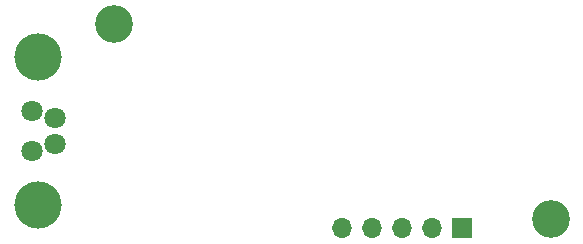
<source format=gbs>
G04 #@! TF.GenerationSoftware,KiCad,Pcbnew,8.0.8*
G04 #@! TF.CreationDate,2025-02-03T14:10:50+01:00*
G04 #@! TF.ProjectId,ASS,4153532e-6b69-4636-9164-5f7063625858,rev?*
G04 #@! TF.SameCoordinates,PX5f5e100PY4c4b400*
G04 #@! TF.FileFunction,Soldermask,Bot*
G04 #@! TF.FilePolarity,Negative*
%FSLAX46Y46*%
G04 Gerber Fmt 4.6, Leading zero omitted, Abs format (unit mm)*
G04 Created by KiCad (PCBNEW 8.0.8) date 2025-02-03 14:10:50*
%MOMM*%
%LPD*%
G01*
G04 APERTURE LIST*
%ADD10C,3.200000*%
%ADD11C,1.800000*%
%ADD12C,4.000000*%
%ADD13R,1.700000X1.700000*%
%ADD14O,1.700000X1.700000*%
G04 APERTURE END LIST*
D10*
X12000000Y20500000D03*
D11*
X5040000Y9790000D03*
X6990000Y10415000D03*
X5040000Y13190000D03*
X6990000Y12565000D03*
D12*
X5540000Y17740000D03*
X5540000Y5240000D03*
D13*
X41437500Y3260000D03*
D14*
X38897500Y3260000D03*
X36357500Y3260000D03*
X33817500Y3260000D03*
X31277500Y3260000D03*
D10*
X49000000Y4000000D03*
M02*

</source>
